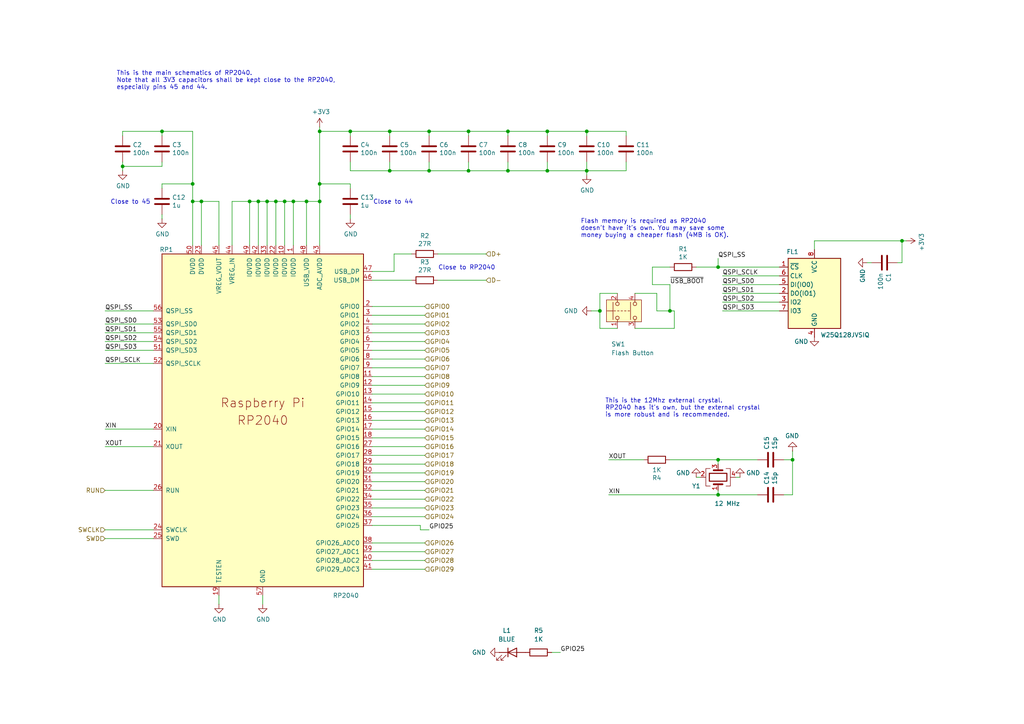
<source format=kicad_sch>
(kicad_sch (version 20250114) (generator "eeschema") (generator_version "9.0")
  (paper "A4")
  (title_block (title "MiniFRANK RM1") (date "2025-03-16") (rev "2.02") (company "Mikhail Matveev") (comment 1 "https://github.com/xtremespb/frank"))
  (lib_symbols
    (symbol "+3V3_1" (power) (pin_numbers (hide yes)) (pin_names (offset 0) (hide yes))
      (property "Value" "+3V3" (at 0 3.556 0))
      (symbol "+3V3_1_0_1"
        (polyline (pts (xy -0.762 1.27) (xy 0 2.54)))
        (polyline (pts (xy 0 2.54) (xy 0.762 1.27)))
        (polyline (pts (xy 0 0) (xy 0 2.54)))
      )
      (symbol "+3V3_1_1_1"
        (pin power_in line (at 0 0 90) (length 0) (name "~") (number "1"))
      )
    )
    (symbol "Device:C" (pin_numbers (hide yes)) (pin_names (offset 0.254))
      (property "Reference" "C" (at 0.635 2.54 0))
      (property "Value" "C" (at 0.635 -2.54 0))
      (symbol "C_0_1"
        (polyline (pts (xy -2.032 0.762) (xy 2.032 0.762)) (stroke (width 0.508)))
        (polyline (pts (xy -2.032 -0.762) (xy 2.032 -0.762)) (stroke (width 0.508)))
      )
      (symbol "C_1_1"
        (pin passive line (at 0 3.81 270) (length 2.794) (name "~") (number "1"))
        (pin passive line (at 0 -3.81 90) (length 2.794) (name "~") (number "2"))
      )
    )
    (symbol "Device:Crystal_GND24" (pin_names (offset 1.016) (hide yes))
      (property "Reference" "Y" (at 3.175 5.08 0))
      (property "Value" "Crystal_GND24" (at 3.175 3.175 0))
      (symbol "Crystal_GND24_0_1"
        (polyline (pts (xy -2.54 2.286) (xy -2.54 3.556) (xy 2.54 3.556) (xy 2.54 2.286)))
        (polyline (pts (xy -2.54 0) (xy -2.032 0)))
        (polyline (pts (xy -2.54 -2.286) (xy -2.54 -3.556) (xy 2.54 -3.556) (xy 2.54 -2.286)))
        (polyline (pts (xy -2.032 -1.27) (xy -2.032 1.27)) (stroke (width 0.508)))
        (rectangle (start -1.143 2.54) (end 1.143 -2.54) (stroke (width 0.3048)))
        (polyline (pts (xy 0 3.556) (xy 0 3.81)))
        (polyline (pts (xy 0 -3.81) (xy 0 -3.556)))
        (polyline (pts (xy 2.032 0) (xy 2.54 0)))
        (polyline (pts (xy 2.032 -1.27) (xy 2.032 1.27)) (stroke (width 0.508)))
      )
      (symbol "Crystal_GND24_1_1"
        (pin passive line (at -3.81 0 0) (length 1.27) (name "1") (number "1"))
        (pin passive line (at 0 5.08 270) (length 1.27) (name "2") (number "2"))
        (pin passive line (at 0 -5.08 90) (length 1.27) (name "4") (number "4"))
        (pin passive line (at 3.81 0 180) (length 1.27) (name "3") (number "3"))
      )
    )
    (symbol "Device:LED" (pin_numbers (hide yes)) (pin_names (offset 1.016) (hide yes))
      (property "Reference" "D" (at 0 2.54 0))
      (property "Value" "LED" (at 0 -2.54 0))
      (symbol "LED_0_1"
        (polyline (pts (xy -3.048 -0.762) (xy -4.572 -2.286) (xy -3.81 -2.286) (xy -4.572 -2.286) (xy -4.572 -1.524)))
        (polyline (pts (xy -1.778 -0.762) (xy -3.302 -2.286) (xy -2.54 -2.286) (xy -3.302 -2.286) (xy -3.302 -1.524)))
        (polyline (pts (xy -1.27 0) (xy 1.27 0)))
        (polyline (pts (xy -1.27 -1.27) (xy -1.27 1.27)) (stroke (width 0.254)))
        (polyline (pts (xy 1.27 -1.27) (xy 1.27 1.27) (xy -1.27 0) (xy 1.27 -1.27)) (stroke (width 0.254)))
      )
      (symbol "LED_1_1"
        (pin passive line (at -3.81 0 0) (length 2.54) (name "K") (number "1"))
        (pin passive line (at 3.81 0 180) (length 2.54) (name "A") (number "2"))
      )
    )
    (symbol "Device:R" (pin_numbers (hide yes)) (pin_names (offset 0))
      (property "Reference" "R" (at 2.032 0 90))
      (property "Value" "R" (at 0 0 90))
      (symbol "R_0_1"
        (rectangle (start -1.016 -2.54) (end 1.016 2.54) (stroke (width 0.254)))
      )
      (symbol "R_1_1"
        (pin passive line (at 0 3.81 270) (length 1.27) (name "~") (number "1"))
        (pin passive line (at 0 -3.81 90) (length 1.27) (name "~") (number "2"))
      )
    )
    (symbol "FRANK:Flash_W25Q128JVS"
      (property "Reference" "FL1" (at -6.35 12.065 0))
      (property "Value" "W25Q128JVSIQ" (at 8.89 -12.065 0))
      (symbol "Flash_W25Q128JVS_0_1"
        (rectangle (start -7.62 10.16) (end 7.62 -10.16) (stroke (width 0.254)) (fill (type background)))
      )
      (symbol "Flash_W25Q128JVS_1_1"
        (pin input line (at -10.16 7.62 0) (length 2.54) (name "~{CS}") (number "1"))
        (pin input line (at -10.16 5.08 0) (length 2.54) (name "CLK") (number "6"))
        (pin bidirectional line (at -10.16 2.54 0) (length 2.54) (name "DI(IO0)") (number "5"))
        (pin bidirectional line (at -10.16 0 0) (length 2.54) (name "DO(IO1)") (number "2"))
        (pin bidirectional line (at -10.16 -2.54 0) (length 2.54) (name "IO2") (number "3"))
        (pin bidirectional line (at -10.16 -5.08 0) (length 2.54) (name "IO3") (number "7"))
        (pin power_in line (at 0 12.7 270) (length 2.54) (name "VCC") (number "8"))
        (pin power_in line (at 0 -12.7 90) (length 2.54) (name "GND") (number "4"))
      )
    )
    (symbol "FRANK:RP2040" (pin_names (offset 1.016))
      (property "Reference" "RP1" (at -27.94 49.53 0))
      (property "Value" "RP2040" (at 24.13 -50.8 0))
      (symbol "RP2040_0_0"
        (text "Raspberry Pi" (at 0 5.08 0) (effects (font (size 2.54 2.54))))
        (text "RP2040" (at 0 0 0) (effects (font (size 2.54 2.54))))
      )
      (symbol "RP2040_0_1"
        (rectangle (start 29.21 48.26) (end -29.21 -48.26) (stroke (width 0.254)) (fill (type background)))
      )
      (symbol "RP2040_1_1"
        (pin bidirectional line (at -31.75 31.75 0) (length 2.54) (name "QSPI_SS") (number "56"))
        (pin bidirectional line (at -31.75 27.94 0) (length 2.54) (name "QSPI_SD0") (number "53"))
        (pin bidirectional line (at -31.75 25.4 0) (length 2.54) (name "QSPI_SD1") (number "55"))
        (pin bidirectional line (at -31.75 22.86 0) (length 2.54) (name "QSPI_SD2") (number "54"))
        (pin bidirectional line (at -31.75 20.32 0) (length 2.54) (name "QSPI_SD3") (number "51"))
        (pin output line (at -31.75 16.51 0) (length 2.54) (name "QSPI_SCLK") (number "52"))
        (pin input line (at -31.75 -2.54 0) (length 2.54) (name "XIN") (number "20"))
        (pin passive line (at -31.75 -7.62 0) (length 2.54) (name "XOUT") (number "21"))
        (pin input line (at -31.75 -20.32 0) (length 2.54) (name "RUN") (number "26"))
        (pin output line (at -31.75 -31.75 0) (length 2.54) (name "SWCLK") (number "24"))
        (pin bidirectional line (at -31.75 -34.29 0) (length 2.54) (name "SWD") (number "25"))
        (pin power_in line (at -20.32 50.8 270) (length 2.54) (name "DVDD") (number "50"))
        (pin power_in line (at -17.78 50.8 270) (length 2.54) (name "DVDD") (number "23"))
        (pin power_out line (at -12.7 50.8 270) (length 2.54) (name "VREG_VOUT") (number "45"))
        (pin passive line (at -12.7 -50.8 90) (length 2.54) (name "TESTEN") (number "19"))
        (pin power_in line (at -8.89 50.8 270) (length 2.54) (name "VREG_IN") (number "44"))
        (pin power_in line (at -3.81 50.8 270) (length 2.54) (name "IOVDD") (number "49"))
        (pin power_in line (at -1.27 50.8 270) (length 2.54) (name "IOVDD") (number "42"))
        (pin power_in line (at 0 -50.8 90) (length 2.54) (name "GND") (number "57"))
        (pin power_in line (at 1.27 50.8 270) (length 2.54) (name "IOVDD") (number "33"))
        (pin power_in line (at 3.81 50.8 270) (length 2.54) (name "IOVDD") (number "22"))
        (pin power_in line (at 6.35 50.8 270) (length 2.54) (name "IOVDD") (number "10"))
        (pin power_in line (at 8.89 50.8 270) (length 2.54) (name "IOVDD") (number "1"))
        (pin power_in line (at 12.7 50.8 270) (length 2.54) (name "USB_VDD") (number "48"))
        (pin power_in line (at 16.51 50.8 270) (length 2.54) (name "ADC_AVDD") (number "43"))
        (pin bidirectional line (at 31.75 43.18 180) (length 2.54) (name "USB_DP") (number "47"))
        (pin bidirectional line (at 31.75 40.64 180) (length 2.54) (name "USB_DM") (number "46"))
        (pin bidirectional line (at 31.75 33.02 180) (length 2.54) (name "GPIO0") (number "2"))
        (pin bidirectional line (at 31.75 30.48 180) (length 2.54) (name "GPIO1") (number "3"))
        (pin bidirectional line (at 31.75 27.94 180) (length 2.54) (name "GPIO2") (number "4"))
        (pin bidirectional line (at 31.75 25.4 180) (length 2.54) (name "GPIO3") (number "5"))
        (pin bidirectional line (at 31.75 22.86 180) (length 2.54) (name "GPIO4") (number "6"))
        (pin bidirectional line (at 31.75 20.32 180) (length 2.54) (name "GPIO5") (number "7"))
        (pin bidirectional line (at 31.75 17.78 180) (length 2.54) (name "GPIO6") (number "8"))
        (pin bidirectional line (at 31.75 15.24 180) (length 2.54) (name "GPIO7") (number "9"))
        (pin bidirectional line (at 31.75 12.7 180) (length 2.54) (name "GPIO8") (number "11"))
        (pin bidirectional line (at 31.75 10.16 180) (length 2.54) (name "GPIO9") (number "12"))
        (pin bidirectional line (at 31.75 7.62 180) (length 2.54) (name "GPIO10") (number "13"))
        (pin bidirectional line (at 31.75 5.08 180) (length 2.54) (name "GPIO11") (number "14"))
        (pin bidirectional line (at 31.75 2.54 180) (length 2.54) (name "GPIO12") (number "15"))
        (pin bidirectional line (at 31.75 0 180) (length 2.54) (name "GPIO13") (number "16"))
        (pin bidirectional line (at 31.75 -2.54 180) (length 2.54) (name "GPIO14") (number "17"))
        (pin bidirectional line (at 31.75 -5.08 180) (length 2.54) (name "GPIO15") (number "18"))
        (pin bidirectional line (at 31.75 -7.62 180) (length 2.54) (name "GPIO16") (number "27"))
        (pin bidirectional line (at 31.75 -10.16 180) (length 2.54) (name "GPIO17") (number "28"))
        (pin bidirectional line (at 31.75 -12.7 180) (length 2.54) (name "GPIO18") (number "29"))
        (pin bidirectional line (at 31.75 -15.24 180) (length 2.54) (name "GPIO19") (number "30"))
        (pin bidirectional line (at 31.75 -17.78 180) (length 2.54) (name "GPIO20") (number "31"))
        (pin bidirectional line (at 31.75 -20.32 180) (length 2.54) (name "GPIO21") (number "32"))
        (pin bidirectional line (at 31.75 -22.86 180) (length 2.54) (name "GPIO22") (number "34"))
        (pin bidirectional line (at 31.75 -25.4 180) (length 2.54) (name "GPIO23") (number "35"))
        (pin bidirectional line (at 31.75 -27.94 180) (length 2.54) (name "GPIO24") (number "36"))
        (pin bidirectional line (at 31.75 -30.48 180) (length 2.54) (name "GPIO25") (number "37"))
        (pin bidirectional line (at 31.75 -35.56 180) (length 2.54) (name "GPIO26_ADC0") (number "38"))
        (pin bidirectional line (at 31.75 -38.1 180) (length 2.54) (name "GPIO27_ADC1") (number "39"))
        (pin bidirectional line (at 31.75 -40.64 180) (length 2.54) (name "GPIO28_ADC2") (number "40"))
        (pin bidirectional line (at 31.75 -43.18 180) (length 2.54) (name "GPIO29_ADC3") (number "41"))
      )
    )
    (symbol "GND_1" (power) (pin_numbers (hide yes)) (pin_names (offset 0) (hide yes))
      (property "Value" "GND" (at 0 -3.81 0))
      (symbol "GND_1_0_1"
        (polyline (pts (xy 0 0) (xy 0 -1.27) (xy 1.27 -1.27) (xy 0 -2.54) (xy -1.27 -1.27) (xy 0 -1.27)))
      )
      (symbol "GND_1_1_1"
        (pin power_in line (at 0 0 270) (length 0) (name "~") (number "1"))
      )
    )
    (symbol "GND_10" (power) (pin_numbers (hide yes)) (pin_names (offset 0) (hide yes))
      (property "Value" "GND" (at 0 -3.81 0))
      (symbol "GND_10_0_1"
        (polyline (pts (xy 0 0) (xy 0 -1.27) (xy 1.27 -1.27) (xy 0 -2.54) (xy -1.27 -1.27) (xy 0 -1.27)))
      )
      (symbol "GND_10_1_1"
        (pin power_in line (at 0 0 270) (length 0) (name "~") (number "1"))
      )
    )
    (symbol "GND_11" (power) (pin_numbers (hide yes)) (pin_names (offset 0) (hide yes))
      (property "Value" "GND" (at 0 -3.81 0))
      (symbol "GND_11_0_1"
        (polyline (pts (xy 0 0) (xy 0 -1.27) (xy 1.27 -1.27) (xy 0 -2.54) (xy -1.27 -1.27) (xy 0 -1.27)))
      )
      (symbol "GND_11_1_1"
        (pin power_in line (at 0 0 270) (length 0) (name "~") (number "1"))
      )
    )
    (symbol "GND_12" (power) (pin_numbers (hide yes)) (pin_names (offset 0) (hide yes))
      (property "Value" "GND" (at 0 -3.81 0))
      (symbol "GND_12_0_1"
        (polyline (pts (xy 0 0) (xy 0 -1.27) (xy 1.27 -1.27) (xy 0 -2.54) (xy -1.27 -1.27) (xy 0 -1.27)))
      )
      (symbol "GND_12_1_1"
        (pin power_in line (at 0 0 270) (length 0) (name "~") (number "1"))
      )
    )
    (symbol "GND_2" (power) (pin_numbers (hide yes)) (pin_names (offset 0) (hide yes))
      (property "Value" "GND" (at 0 -3.81 0))
      (symbol "GND_2_0_1"
        (polyline (pts (xy 0 0) (xy 0 -1.27) (xy 1.27 -1.27) (xy 0 -2.54) (xy -1.27 -1.27) (xy 0 -1.27)))
      )
      (symbol "GND_2_1_1"
        (pin power_in line (at 0 0 270) (length 0) (name "~") (number "1"))
      )
    )
    (symbol "GND_3" (power) (pin_numbers (hide yes)) (pin_names (offset 0) (hide yes))
      (property "Value" "GND" (at 0 -3.81 0))
      (symbol "GND_3_0_1"
        (polyline (pts (xy 0 0) (xy 0 -1.27) (xy 1.27 -1.27) (xy 0 -2.54) (xy -1.27 -1.27) (xy 0 -1.27)))
      )
      (symbol "GND_3_1_1"
        (pin power_in line (at 0 0 270) (length 0) (name "~") (number "1"))
      )
    )
    (symbol "GND_4" (power) (pin_numbers (hide yes)) (pin_names (offset 0) (hide yes))
      (property "Value" "GND" (at 0 -3.81 0))
      (symbol "GND_4_0_1"
        (polyline (pts (xy 0 0) (xy 0 -1.27) (xy 1.27 -1.27) (xy 0 -2.54) (xy -1.27 -1.27) (xy 0 -1.27)))
      )
      (symbol "GND_4_1_1"
        (pin power_in line (at 0 0 270) (length 0) (name "~") (number "1"))
      )
    )
    (symbol "GND_5" (power) (pin_numbers (hide yes)) (pin_names (offset 0) (hide yes))
      (property "Value" "GND" (at 0 -3.81 0))
      (symbol "GND_5_0_1"
        (polyline (pts (xy 0 0) (xy 0 -1.27) (xy 1.27 -1.27) (xy 0 -2.54) (xy -1.27 -1.27) (xy 0 -1.27)))
      )
      (symbol "GND_5_1_1"
        (pin power_in line (at 0 0 270) (length 0) (name "~") (number "1"))
      )
    )
    (symbol "GND_6" (power) (pin_numbers (hide yes)) (pin_names (offset 0) (hide yes))
      (property "Value" "GND" (at 0 -3.81 0))
      (symbol "GND_6_0_1"
        (polyline (pts (xy 0 0) (xy 0 -1.27) (xy 1.27 -1.27) (xy 0 -2.54) (xy -1.27 -1.27) (xy 0 -1.27)))
      )
      (symbol "GND_6_1_1"
        (pin power_in line (at 0 0 270) (length 0) (name "~") (number "1"))
      )
    )
    (symbol "GND_7" (power) (pin_numbers (hide yes)) (pin_names (offset 0) (hide yes))
      (property "Value" "GND" (at 0 -3.81 0))
      (symbol "GND_7_0_1"
        (polyline (pts (xy 0 0) (xy 0 -1.27) (xy 1.27 -1.27) (xy 0 -2.54) (xy -1.27 -1.27) (xy 0 -1.27)))
      )
      (symbol "GND_7_1_1"
        (pin power_in line (at 0 0 270) (length 0) (name "~") (number "1"))
      )
    )
    (symbol "GND_8" (power) (pin_numbers (hide yes)) (pin_names (offset 0) (hide yes))
      (property "Value" "GND" (at 0 -3.81 0))
      (symbol "GND_8_0_1"
        (polyline (pts (xy 0 0) (xy 0 -1.27) (xy 1.27 -1.27) (xy 0 -2.54) (xy -1.27 -1.27) (xy 0 -1.27)))
      )
      (symbol "GND_8_1_1"
        (pin power_in line (at 0 0 270) (length 0) (name "~") (number "1"))
      )
    )
    (symbol "GND_9" (power) (pin_numbers (hide yes)) (pin_names (offset 0) (hide yes))
      (property "Value" "GND" (at 0 -3.81 0))
      (symbol "GND_9_0_1"
        (polyline (pts (xy 0 0) (xy 0 -1.27) (xy 1.27 -1.27) (xy 0 -2.54) (xy -1.27 -1.27) (xy 0 -1.27)))
      )
      (symbol "GND_9_1_1"
        (pin power_in line (at 0 0 270) (length 0) (name "~") (number "1"))
      )
    )
    (symbol "Switch:SW_Push_Dual" (pin_names (offset 1.016) (hide yes))
      (property "Reference" "SW" (at 0 7.62 0))
      (property "Value" "SW_Push_Dual" (at 0 -6.35 0))
      (symbol "SW_Push_Dual_0_1"
        (circle (center -2.032 2.54) (radius 0.508))
        (circle (center -2.032 -2.54) (radius 0.508))
        (polyline (pts (xy 0 3.81) (xy 0 5.588)))
        (polyline (pts (xy 0 3.048) (xy 0 3.556)))
        (polyline (pts (xy 0 2.032) (xy 0 2.54)))
        (polyline (pts (xy 0 1.016) (xy 0 1.524)))
        (polyline (pts (xy 0 0.508) (xy 0 0)))
        (polyline (pts (xy 0 -0.508) (xy 0 -1.016)))
        (circle (center 2.032 2.54) (radius 0.508))
        (circle (center 2.032 -2.54) (radius 0.508))
        (polyline (pts (xy 2.54 3.81) (xy -2.54 3.81)))
        (polyline (pts (xy 2.54 -1.27) (xy -2.54 -1.27)))
        (pin passive line (at -5.08 2.54 0) (length 2.54) (name "1") (number "1"))
        (pin passive line (at -5.08 -2.54 0) (length 2.54) (name "3") (number "3"))
        (pin passive line (at 5.08 2.54 180) (length 2.54) (name "2") (number "2"))
        (pin passive line (at 5.08 -2.54 180) (length 2.54) (name "4") (number "4"))
      )
      (symbol "SW_Push_Dual_1_1"
        (rectangle (start -3.175 5.715) (end 3.175 -4.445) (fill (type background)))
      )
    )
    (symbol "power:+3V3" (power) (pin_numbers (hide yes)) (pin_names (offset 0) (hide yes))
      (property "Value" "+3V3" (at 0 3.556 0))
      (symbol "+3V3_0_1"
        (polyline (pts (xy -0.762 1.27) (xy 0 2.54)))
        (polyline (pts (xy 0 2.54) (xy 0.762 1.27)))
        (polyline (pts (xy 0 0) (xy 0 2.54)))
      )
      (symbol "+3V3_1_1"
        (pin power_in line (at 0 0 90) (length 0) (name "~") (number "1"))
      )
    )
    (symbol "power:GND" (power) (pin_numbers (hide yes)) (pin_names (offset 0) (hide yes))
      (property "Value" "GND" (at 0 -3.81 0))
      (symbol "GND_0_1"
        (polyline (pts (xy 0 0) (xy 0 -1.27) (xy 1.27 -1.27) (xy 0 -2.54) (xy -1.27 -1.27) (xy 0 -1.27)))
      )
      (symbol "GND_1_1"
        (pin power_in line (at 0 0 270) (length 0) (name "~") (number "1"))
      )
    )
  )
  (text "Close to 44" (at 114.046 58.674 0) (effects (font (size 1.27 1.27))))
  (text "Close to RP2040" (at 135.382 77.724 0) (effects (font (size 1.27 1.27))))
  (text "This is the main schematics of RP2040. \nNote that all 3V3 capacitors shall be kept close to the RP2040,\nespecially pins 45 and 44." (at 33.782 23.368 0) (effects (font (size 1.27 1.27)) (justify left)))
  (text "Close to 45" (at 37.846 58.674 0) (effects (font (size 1.27 1.27))))
  (text "This is the 12Mhz external crystal.\nRP2040 has it's own, but the external crystal\nis more robust and is recommended." (at 175.514 118.364 0) (effects (font (size 1.27 1.27)) (justify left)))
  (text "Flash memory is required as RP2040\ndoesn't have it's own. You may save some\nmoney buying a cheaper flash (4MB is OK)." (at 168.402 66.294 0) (effects (font (size 1.27 1.27)) (justify left)))
  (junction (at 58.42 58.42))
  (junction (at 229.87 133.35))
  (junction (at 113.03 49.53))
  (junction (at 88.9 58.42))
  (junction (at 101.6 38.1))
  (junction (at 158.75 49.53))
  (junction (at 72.39 58.42))
  (junction (at 170.18 38.1))
  (junction (at 82.55 58.42))
  (junction (at 92.71 53.34))
  (junction (at 170.18 49.53))
  (junction (at 35.56 48.26))
  (junction (at 147.32 49.53))
  (junction (at 80.01 58.42))
  (junction (at 135.89 38.1))
  (junction (at 55.88 53.34))
  (junction (at 113.03 38.1))
  (junction (at 46.99 38.1))
  (junction (at 208.28 77.47))
  (junction (at 135.89 49.53))
  (junction (at 92.71 38.1))
  (junction (at 85.09 58.42))
  (junction (at 74.93 58.42))
  (junction (at 208.28 133.35))
  (junction (at 158.75 38.1))
  (junction (at 124.46 38.1))
  (junction (at 92.71 58.42))
  (junction (at 55.88 58.42))
  (junction (at 77.47 58.42))
  (junction (at 261.62 69.85))
  (junction (at 194.31 90.17))
  (junction (at 208.28 143.51))
  (junction (at 124.46 49.53))
  (junction (at 147.32 38.1))
  (junction (at 173.99 90.17))
  (wire (pts (xy 58.42 58.42) (xy 55.88 58.42)))
  (wire (pts (xy 226.06 82.55) (xy 209.55 82.55)))
  (wire (pts (xy 127 73.66) (xy 140.97 73.66)))
  (wire (pts (xy 107.95 104.14) (xy 123.19 104.14)))
  (wire (pts (xy 173.99 85.09) (xy 173.99 90.17)))
  (wire (pts (xy 121.92 152.4) (xy 107.95 152.4)))
  (wire (pts (xy 46.99 48.26) (xy 46.99 46.99)))
  (wire (pts (xy 170.18 46.99) (xy 170.18 49.53)))
  (wire (pts (xy 189.23 82.55) (xy 189.23 77.47)))
  (wire (pts (xy 114.3 73.66) (xy 114.3 78.74)))
  (wire (pts (xy 82.55 58.42) (xy 85.09 58.42)))
  (wire (pts (xy 158.75 39.37) (xy 158.75 38.1)))
  (wire (pts (xy 92.71 38.1) (xy 101.6 38.1)))
  (wire (pts (xy 101.6 46.99) (xy 101.6 49.53)))
  (wire (pts (xy 101.6 39.37) (xy 101.6 38.1)))
  (wire (pts (xy 67.31 58.42) (xy 72.39 58.42)))
  (wire (pts (xy 30.48 101.6) (xy 44.45 101.6)))
  (wire (pts (xy 229.87 143.51) (xy 229.87 133.35)))
  (wire (pts (xy 252.73 76.2) (xy 251.46 76.2)))
  (wire (pts (xy 181.61 39.37) (xy 181.61 38.1)))
  (wire (pts (xy 107.95 142.24) (xy 123.19 142.24)))
  (wire (pts (xy 107.95 160.02) (xy 123.19 160.02)))
  (wire (pts (xy 113.03 39.37) (xy 113.03 38.1)))
  (wire (pts (xy 260.35 76.2) (xy 261.62 76.2)))
  (wire (pts (xy 101.6 62.23) (xy 101.6 63.5)))
  (wire (pts (xy 80.01 58.42) (xy 82.55 58.42)))
  (wire (pts (xy 219.71 143.51) (xy 208.28 143.51)))
  (wire (pts (xy 92.71 58.42) (xy 92.71 71.12)))
  (wire (pts (xy 63.5 71.12) (xy 63.5 58.42)))
  (wire (pts (xy 107.95 165.1) (xy 123.19 165.1)))
  (wire (pts (xy 194.31 90.17) (xy 194.31 82.55)))
  (wire (pts (xy 113.03 46.99) (xy 113.03 49.53)))
  (wire (pts (xy 236.22 69.85) (xy 261.62 69.85)))
  (wire (pts (xy 46.99 39.37) (xy 46.99 38.1)))
  (wire (pts (xy 208.28 77.47) (xy 226.06 77.47)))
  (wire (pts (xy 107.95 127) (xy 123.19 127)))
  (wire (pts (xy 189.23 77.47) (xy 194.31 77.47)))
  (wire (pts (xy 107.95 96.52) (xy 123.19 96.52)))
  (wire (pts (xy 181.61 46.99) (xy 181.61 49.53)))
  (wire (pts (xy 194.31 90.17) (xy 195.58 90.17)))
  (wire (pts (xy 30.48 99.06) (xy 44.45 99.06)))
  (wire (pts (xy 227.33 143.51) (xy 229.87 143.51)))
  (wire (pts (xy 30.48 96.52) (xy 44.45 96.52)))
  (wire (pts (xy 46.99 62.23) (xy 46.99 63.5)))
  (wire (pts (xy 107.95 101.6) (xy 123.19 101.6)))
  (wire (pts (xy 46.99 54.61) (xy 46.99 53.34)))
  (wire (pts (xy 92.71 53.34) (xy 92.71 58.42)))
  (wire (pts (xy 92.71 38.1) (xy 92.71 53.34)))
  (wire (pts (xy 127 81.28) (xy 140.97 81.28)))
  (wire (pts (xy 101.6 54.61) (xy 101.6 53.34)))
  (wire (pts (xy 30.48 129.54) (xy 44.45 129.54)))
  (wire (pts (xy 88.9 71.12) (xy 88.9 58.42)))
  (wire (pts (xy 158.75 46.99) (xy 158.75 49.53)))
  (wire (pts (xy 55.88 53.34) (xy 55.88 58.42)))
  (wire (pts (xy 184.15 85.09) (xy 190.5 85.09)))
  (wire (pts (xy 44.45 153.67) (xy 30.48 153.67)))
  (wire (pts (xy 107.95 124.46) (xy 123.19 124.46)))
  (wire (pts (xy 219.71 133.35) (xy 208.28 133.35)))
  (wire (pts (xy 107.95 139.7) (xy 123.19 139.7)))
  (wire (pts (xy 147.32 49.53) (xy 135.89 49.53)))
  (wire (pts (xy 72.39 58.42) (xy 74.93 58.42)))
  (wire (pts (xy 226.06 90.17) (xy 209.55 90.17)))
  (wire (pts (xy 101.6 38.1) (xy 113.03 38.1)))
  (wire (pts (xy 214.63 138.43) (xy 213.36 138.43)))
  (wire (pts (xy 209.55 80.01) (xy 226.06 80.01)))
  (wire (pts (xy 107.95 162.56) (xy 123.19 162.56)))
  (wire (pts (xy 30.48 90.17) (xy 44.45 90.17)))
  (wire (pts (xy 173.99 85.09) (xy 179.07 85.09)))
  (wire (pts (xy 67.31 71.12) (xy 67.31 58.42)))
  (wire (pts (xy 88.9 58.42) (xy 92.71 58.42)))
  (wire (pts (xy 46.99 53.34) (xy 55.88 53.34)))
  (wire (pts (xy 201.93 77.47) (xy 208.28 77.47)))
  (wire (pts (xy 35.56 46.99) (xy 35.56 48.26)))
  (wire (pts (xy 135.89 38.1) (xy 147.32 38.1)))
  (wire (pts (xy 107.95 99.06) (xy 123.19 99.06)))
  (wire (pts (xy 107.95 114.3) (xy 123.19 114.3)))
  (wire (pts (xy 147.32 38.1) (xy 158.75 38.1)))
  (wire (pts (xy 208.28 134.62) (xy 208.28 133.35)))
  (wire (pts (xy 55.88 38.1) (xy 55.88 53.34)))
  (wire (pts (xy 226.06 85.09) (xy 209.55 85.09)))
  (wire (pts (xy 236.22 72.39) (xy 236.22 69.85)))
  (wire (pts (xy 170.18 38.1) (xy 181.61 38.1)))
  (wire (pts (xy 227.33 133.35) (xy 229.87 133.35)))
  (wire (pts (xy 30.48 124.46) (xy 44.45 124.46)))
  (wire (pts (xy 184.15 95.25) (xy 195.58 95.25)))
  (wire (pts (xy 208.28 142.24) (xy 208.28 143.51)))
  (wire (pts (xy 114.3 73.66) (xy 119.38 73.66)))
  (wire (pts (xy 107.95 147.32) (xy 123.19 147.32)))
  (wire (pts (xy 195.58 90.17) (xy 195.58 95.25)))
  (wire (pts (xy 107.95 129.54) (xy 123.19 129.54)))
  (wire (pts (xy 80.01 71.12) (xy 80.01 58.42)))
  (wire (pts (xy 147.32 46.99) (xy 147.32 49.53)))
  (wire (pts (xy 72.39 71.12) (xy 72.39 58.42)))
  (wire (pts (xy 190.5 90.17) (xy 190.5 85.09)))
  (wire (pts (xy 107.95 106.68) (xy 123.19 106.68)))
  (wire (pts (xy 208.28 143.51) (xy 176.53 143.51)))
  (wire (pts (xy 173.99 95.25) (xy 179.07 95.25)))
  (wire (pts (xy 158.75 38.1) (xy 170.18 38.1)))
  (wire (pts (xy 113.03 38.1) (xy 124.46 38.1)))
  (wire (pts (xy 63.5 172.72) (xy 63.5 175.26)))
  (wire (pts (xy 107.95 132.08) (xy 123.19 132.08)))
  (wire (pts (xy 30.48 93.98) (xy 44.45 93.98)))
  (wire (pts (xy 160.02 189.23) (xy 162.56 189.23)))
  (wire (pts (xy 186.69 133.35) (xy 176.53 133.35)))
  (wire (pts (xy 107.95 116.84) (xy 123.19 116.84)))
  (wire (pts (xy 107.95 78.74) (xy 114.3 78.74)))
  (wire (pts (xy 124.46 46.99) (xy 124.46 49.53)))
  (wire (pts (xy 262.89 69.85) (xy 261.62 69.85)))
  (wire (pts (xy 147.32 39.37) (xy 147.32 38.1)))
  (wire (pts (xy 208.28 133.35) (xy 194.31 133.35)))
  (wire (pts (xy 107.95 81.28) (xy 119.38 81.28)))
  (wire (pts (xy 35.56 48.26) (xy 46.99 48.26)))
  (wire (pts (xy 124.46 39.37) (xy 124.46 38.1)))
  (wire (pts (xy 107.95 91.44) (xy 123.19 91.44)))
  (wire (pts (xy 158.75 49.53) (xy 147.32 49.53)))
  (wire (pts (xy 92.71 53.34) (xy 101.6 53.34)))
  (wire (pts (xy 229.87 133.35) (xy 229.87 130.81)))
  (wire (pts (xy 170.18 49.53) (xy 181.61 49.53)))
  (wire (pts (xy 55.88 58.42) (xy 55.88 71.12)))
  (wire (pts (xy 194.31 82.55) (xy 189.23 82.55)))
  (wire (pts (xy 44.45 142.24) (xy 30.48 142.24)))
  (wire (pts (xy 44.45 156.21) (xy 30.48 156.21)))
  (wire (pts (xy 170.18 39.37) (xy 170.18 38.1)))
  (wire (pts (xy 85.09 58.42) (xy 88.9 58.42)))
  (wire (pts (xy 121.92 153.67) (xy 124.46 153.67)))
  (wire (pts (xy 107.95 119.38) (xy 123.19 119.38)))
  (wire (pts (xy 135.89 46.99) (xy 135.89 49.53)))
  (wire (pts (xy 113.03 49.53) (xy 101.6 49.53)))
  (wire (pts (xy 63.5 58.42) (xy 58.42 58.42)))
  (wire (pts (xy 135.89 39.37) (xy 135.89 38.1)))
  (wire (pts (xy 226.06 87.63) (xy 209.55 87.63)))
  (wire (pts (xy 124.46 38.1) (xy 135.89 38.1)))
  (wire (pts (xy 107.95 93.98) (xy 123.19 93.98)))
  (wire (pts (xy 190.5 90.17) (xy 194.31 90.17)))
  (wire (pts (xy 135.89 49.53) (xy 124.46 49.53)))
  (wire (pts (xy 92.71 36.83) (xy 92.71 38.1)))
  (wire (pts (xy 121.92 153.67) (xy 121.92 152.4)))
  (wire (pts (xy 203.2 138.43) (xy 201.93 138.43)))
  (wire (pts (xy 107.95 121.92) (xy 123.19 121.92)))
  (wire (pts (xy 208.28 74.93) (xy 208.28 77.47)))
  (wire (pts (xy 124.46 49.53) (xy 113.03 49.53)))
  (wire (pts (xy 77.47 58.42) (xy 80.01 58.42)))
  (wire (pts (xy 46.99 38.1) (xy 55.88 38.1)))
  (wire (pts (xy 107.95 111.76) (xy 123.19 111.76)))
  (wire (pts (xy 85.09 58.42) (xy 85.09 71.12)))
  (wire (pts (xy 173.99 90.17) (xy 173.99 95.25)))
  (wire (pts (xy 30.48 105.41) (xy 44.45 105.41)))
  (wire (pts (xy 107.95 137.16) (xy 123.19 137.16)))
  (wire (pts (xy 35.56 38.1) (xy 46.99 38.1)))
  (wire (pts (xy 35.56 39.37) (xy 35.56 38.1)))
  (wire (pts (xy 35.56 48.26) (xy 35.56 49.53)))
  (wire (pts (xy 158.75 49.53) (xy 170.18 49.53)))
  (wire (pts (xy 74.93 71.12) (xy 74.93 58.42)))
  (wire (pts (xy 171.45 90.17) (xy 173.99 90.17)))
  (wire (pts (xy 76.2 172.72) (xy 76.2 175.26)))
  (wire (pts (xy 74.93 58.42) (xy 77.47 58.42)))
  (wire (pts (xy 170.18 49.53) (xy 170.18 50.8)))
  (wire (pts (xy 107.95 134.62) (xy 123.19 134.62)))
  (wire (pts (xy 107.95 109.22) (xy 123.19 109.22)))
  (wire (pts (xy 77.47 71.12) (xy 77.47 58.42)))
  (wire (pts (xy 58.42 71.12) (xy 58.42 58.42)))
  (wire (pts (xy 107.95 157.48) (xy 123.19 157.48)))
  (wire (pts (xy 107.95 149.86) (xy 123.19 149.86)))
  (wire (pts (xy 261.62 76.2) (xy 261.62 69.85)))
  (wire (pts (xy 107.95 88.9) (xy 123.19 88.9)))
  (wire (pts (xy 82.55 71.12) (xy 82.55 58.42)))
  (wire (pts (xy 107.95 144.78) (xy 123.19 144.78)))
  (label "QSPI_SD2" (at 209.55 87.63 0))
  (label "QSPI_SCLK" (at 30.48 105.41 0))
  (label "QSPI_SD0" (at 30.48 93.98 0))
  (label "QSPI_SS" (at 208.28 74.93 0))
  (label "XIN" (at 30.48 124.46 0))
  (label "QSPI_SCLK" (at 209.55 80.01 0))
  (label "QSPI_SD1" (at 30.48 96.52 0))
  (label "QSPI_SD3" (at 30.48 101.6 0))
  (label "GPIO25" (at 162.56 189.23 0))
  (label "XIN" (at 176.53 143.51 0))
  (label "GPIO25" (at 124.46 153.67 0))
  (label "~{USB_BOOT}" (at 194.31 82.55 0))
  (label "QSPI_SD0" (at 209.55 82.55 0))
  (label "XOUT" (at 176.53 133.35 0))
  (label "XOUT" (at 30.48 129.54 0))
  (label "QSPI_SD1" (at 209.55 85.09 0))
  (label "QSPI_SD3" (at 209.55 90.17 0))
  (label "QSPI_SD2" (at 30.48 99.06 0))
  (label "QSPI_SS" (at 30.48 90.17 0))
  (hierarchical_label "GPIO18" (shape input) (at 123.19 134.62 0))
  (hierarchical_label "GPIO29" (shape input) (at 123.19 165.1 0))
  (hierarchical_label "GPIO3" (shape input) (at 123.19 96.52 0))
  (hierarchical_label "GPIO15" (shape input) (at 123.19 127 0))
  (hierarchical_label "GPIO21" (shape input) (at 123.19 142.24 0))
  (hierarchical_label "GPIO16" (shape input) (at 123.19 129.54 0))
  (hierarchical_label "GPIO1" (shape input) (at 123.19 91.44 0))
  (hierarchical_label "D-" (shape input) (at 140.97 81.28 0))
  (hierarchical_label "GPIO11" (shape input) (at 123.19 116.84 0))
  (hierarchical_label "GPIO27" (shape input) (at 123.19 160.02 0))
  (hierarchical_label "D+" (shape input) (at 140.97 73.66 0))
  (hierarchical_label "GPIO20" (shape input) (at 123.19 139.7 0))
  (hierarchical_label "GPIO14" (shape input) (at 123.19 124.46 0))
  (hierarchical_label "GPIO8" (shape input) (at 123.19 109.22 0))
  (hierarchical_label "GPIO26" (shape input) (at 123.19 157.48 0))
  (hierarchical_label "GPIO22" (shape input) (at 123.19 144.78 0))
  (hierarchical_label "GPIO4" (shape input) (at 123.19 99.06 0))
  (hierarchical_label "GPIO7" (shape input) (at 123.19 106.68 0))
  (hierarchical_label "GPIO10" (shape input) (at 123.19 114.3 0))
  (hierarchical_label "SWD" (shape input) (at 30.48 156.21 180))
  (hierarchical_label "GPIO28" (shape input) (at 123.19 162.56 0))
  (hierarchical_label "RUN" (shape input) (at 30.48 142.24 180))
  (hierarchical_label "GPIO23" (shape input) (at 123.19 147.32 0))
  (hierarchical_label "GPIO0" (shape input) (at 123.19 88.9 0))
  (hierarchical_label "GPIO5" (shape input) (at 123.19 101.6 0))
  (hierarchical_label "SWCLK" (shape input) (at 30.48 153.67 180))
  (hierarchical_label "GPIO13" (shape input) (at 123.19 121.92 0))
  (hierarchical_label "GPIO6" (shape input) (at 123.19 104.14 0))
  (hierarchical_label "GPIO2" (shape input) (at 123.19 93.98 0))
  (hierarchical_label "GPIO17" (shape input) (at 123.19 132.08 0))
  (hierarchical_label "GPIO12" (shape input) (at 123.19 119.38 0))
  (hierarchical_label "GPIO9" (shape input) (at 123.19 111.76 0))
  (hierarchical_label "GPIO24" (shape input) (at 123.19 149.86 0))
  (hierarchical_label "GPIO19" (shape input) (at 123.19 137.16 0))
  (symbol (lib_id "Device:C") (at 46.99 43.18 0) (unit 1)
    (property "Reference" "C3" (at 49.911 42.0116 0) (effects (justify left)))
    (property "Value" "100n" (at 49.911 44.323 0) (effects (justify left)))
    (property "Footprint" "FRANK:Capacitor (0805)" (effects (hide yes)))
    (property "Datasheet" "https://eu.mouser.com/datasheet/2/447/KEM_C1075_X7R_HT_SMD-3316221.pdf" (effects (hide yes)))
    (property "AliExpress" "https://www.aliexpress.com/item/33008008276.html" (effects (hide yes)))
  )
  (symbol (lib_id "FRANK:RP2040") (at 76.2 121.92 0) (unit 1)
    (property "Reference" "RP1" (at 48.26 72.39 0))
    (property "Value" "RP2040" (at 100.33 172.72 0))
    (property "Footprint" "FRANK:QFN 56" (effects (hide yes)))
    (property "Datasheet" "https://datasheets.raspberrypi.com/rp2040/rp2040-datasheet.pdf" (effects (hide yes)))
    (property "AliExpress" "https://www.aliexpress.com/item/1005007275652762.html" (effects (hide yes)))
  )
  (symbol (lib_id "Device:R") (at 156.21 189.23 90) (unit 1)
    (property "Reference" "R5" (at 156.21 182.88 90))
    (property "Value" "1K" (at 156.21 185.42 90))
    (property "Footprint" "FRANK:Resistor (0805)" (effects (hide yes)))
    (property "Datasheet" "https://www.vishay.com/docs/28952/mcs0402at-mct0603at-mcu0805at-mca1206at.pdf" (effects (hide yes)))
    (property "Description" "Resistor" (effects (hide yes)))
    (property "AliExpress" "https://www.aliexpress.com/item/1005005945735199.html" (effects (hide yes)))
  )
  (symbol (lib_id "Device:Crystal_GND24") (at 208.28 138.43 90) (unit 1)
    (property "Reference" "Y1" (at 203.2 140.97 90) (effects (justify left)))
    (property "Value" "12 MHz" (at 214.63 146.05 90) (effects (justify left)))
    (property "Footprint" "FRANK:Crystal (3225)" (effects (hide yes)))
    (property "Datasheet" "https://eu.mouser.com/datasheet/2/905/c_NX3225SA_e-1317523.pdf" (effects (hide yes)))
    (property "Description" "ABM8-272-T3" (effects (hide yes)))
    (property "AliExpress" "https://www.aliexpress.com/item/1005004661413307.html" (effects (hide yes)))
  )
  (symbol (lib_name "+3V3_1") (lib_id "power:+3V3") (at 92.71 36.83 0) (unit 1)
    (property "Reference" "#PWR02" (effects (hide yes)))
    (property "Value" "+3V3" (at 93.091 32.4358 0))
    (property "Description" "Power symbol creates a global label with name \"+3V3\"" (effects (hide yes)))
  )
  (symbol (lib_id "FRANK:Flash_W25Q128JVS") (at 236.22 85.09 0) (unit 1)
    (property "Reference" "FL1" (at 229.87 73.025 0))
    (property "Value" "W25Q128JVSIQ" (at 245.11 97.155 0))
    (property "Footprint" "FRANK:SOIC-8" (effects (hide yes)))
    (property "Datasheet" "https://www.winbond.com/resource-files/w25q128jv_dtr%20revc%2003272018%20plus.pdf" (effects (hide yes)))
    (property "Description" "128Mb Serial Flash Memory, Standard/Dual/Quad SPI, SOIC-8" (effects (hide yes)))
    (property "AliExpress" "https://www.aliexpress.com/item/1005007820627233.html" (effects (hide yes)))
  )
  (symbol (lib_id "Device:C") (at 135.89 43.18 0) (unit 1)
    (property "Reference" "C7" (at 138.811 42.0116 0) (effects (justify left)))
    (property "Value" "100n" (at 138.811 44.323 0) (effects (justify left)))
    (property "Footprint" "FRANK:Capacitor (0805)" (effects (hide yes)))
    (property "Datasheet" "https://eu.mouser.com/datasheet/2/447/KEM_C1075_X7R_HT_SMD-3316221.pdf" (effects (hide yes)))
    (property "AliExpress" "https://www.aliexpress.com/item/33008008276.html" (effects (hide yes)))
  )
  (symbol (lib_name "GND_2") (lib_id "power:GND") (at 144.78 189.23 270) (unit 1)
    (property "Reference" "#PWR013" (effects (hide yes)))
    (property "Value" "GND" (at 140.97 189.2299 90) (effects (justify right)))
    (property "Description" "Power symbol creates a global label with name \"GND\" , ground" (effects (hide yes)))
  )
  (symbol (lib_id "Device:R") (at 123.19 81.28 270) (unit 1)
    (property "Reference" "R3" (at 123.19 76.0222 90))
    (property "Value" "27R" (at 123.19 78.3336 90))
    (property "Footprint" "FRANK:Resistor (0805)" (effects (hide yes)))
    (property "Datasheet" "https://www.vishay.com/docs/28952/mcs0402at-mct0603at-mcu0805at-mca1206at.pdf" (effects (hide yes)))
    (property "AliExpress" "https://www.aliexpress.com/item/1005005945735199.html" (effects (hide yes)))
  )
  (symbol (lib_id "Device:R") (at 123.19 73.66 270) (unit 1)
    (property "Reference" "R2" (at 123.19 68.4022 90))
    (property "Value" "27R" (at 123.19 70.7136 90))
    (property "Footprint" "FRANK:Resistor (0805)" (effects (hide yes)))
    (property "Datasheet" "https://www.vishay.com/docs/28952/mcs0402at-mct0603at-mcu0805at-mca1206at.pdf" (effects (hide yes)))
    (property "AliExpress" "https://www.aliexpress.com/item/1005005945735199.html" (effects (hide yes)))
  )
  (symbol (lib_name "GND_4") (lib_id "power:GND") (at 46.99 63.5 0) (unit 1)
    (property "Reference" "#PWR06" (effects (hide yes)))
    (property "Value" "GND" (at 47.117 67.8942 0))
    (property "Description" "Power symbol creates a global label with name \"GND\" , ground" (effects (hide yes)))
  )
  (symbol (lib_id "power:+3V3") (at 262.89 69.85 270) (unit 1)
    (property "Reference" "#PWR01" (effects (hide yes)))
    (property "Value" "+3V3" (at 267.2842 70.231 0))
    (property "Description" "Power symbol creates a global label with name \"+3V3\"" (effects (hide yes)))
  )
  (symbol (lib_id "Switch:SW_Push_Dual") (at 181.61 90.17 90) (unit 1)
    (property "Reference" "SW1" (at 177.292 99.822 90) (effects (justify right)))
    (property "Value" "Flash Button" (at 177.292 102.362 90) (effects (justify right)))
    (property "Footprint" "FRANK:Button (SMD, 3x3mm)" (effects (hide yes)))
    (property "Datasheet" "https://img.klsele.com/admin/product_upload/20150508135408KLS7-TS3302.pdf" (effects (hide yes)))
    (property "Description" "Push button switch, generic, symbol, four pins" (effects (hide yes)))
    (property "AliExpress" "https://www.aliexpress.com/item/1005001629293584.html" (effects (hide yes)))
  )
  (symbol (lib_id "Device:R") (at 190.5 133.35 90) (unit 1)
    (property "Reference" "R4" (at 190.5 138.6078 90))
    (property "Value" "1K" (at 190.5 136.2964 90))
    (property "Footprint" "FRANK:Resistor (0805)" (effects (hide yes)))
    (property "Datasheet" "https://www.vishay.com/docs/28952/mcs0402at-mct0603at-mcu0805at-mca1206at.pdf" (effects (hide yes)))
    (property "AliExpress" "https://www.aliexpress.com/item/1005005945735199.html" (effects (hide yes)))
  )
  (symbol (lib_name "GND_6") (lib_id "power:GND") (at 76.2 175.26 0) (unit 1)
    (property "Reference" "#PWR015" (effects (hide yes)))
    (property "Value" "GND" (at 76.327 179.6542 0))
    (property "Description" "Power symbol creates a global label with name \"GND\" , ground" (effects (hide yes)))
  )
  (symbol (lib_id "Device:C") (at 35.56 43.18 0) (unit 1)
    (property "Reference" "C2" (at 38.481 42.0116 0) (effects (justify left)))
    (property "Value" "100n" (at 38.481 44.323 0) (effects (justify left)))
    (property "Footprint" "FRANK:Capacitor (0805)" (effects (hide yes)))
    (property "Datasheet" "https://eu.mouser.com/datasheet/2/447/KEM_C1075_X7R_HT_SMD-3316221.pdf" (effects (hide yes)))
    (property "AliExpress" "https://www.aliexpress.com/item/33008008276.html" (effects (hide yes)))
  )
  (symbol (lib_name "GND_10") (lib_id "power:GND") (at 236.22 97.79 0) (unit 1)
    (property "Reference" "#PWR09" (effects (hide yes)))
    (property "Value" "GND" (at 232.41 99.06 0))
    (property "Description" "Power symbol creates a global label with name \"GND\" , ground" (effects (hide yes)))
  )
  (symbol (lib_name "GND_12") (lib_id "power:GND") (at 214.63 138.43 180) (unit 1)
    (property "Reference" "#PWR010" (effects (hide yes)))
    (property "Value" "GND" (at 218.44 137.16 0))
    (property "Description" "Power symbol creates a global label with name \"GND\" , ground" (effects (hide yes)))
  )
  (symbol (lib_name "GND_3") (lib_id "power:GND") (at 35.56 49.53 0) (unit 1)
    (property "Reference" "#PWR04" (effects (hide yes)))
    (property "Value" "GND" (at 35.687 53.9242 0))
    (property "Description" "Power symbol creates a global label with name \"GND\" , ground" (effects (hide yes)))
  )
  (symbol (lib_id "Device:C") (at 101.6 43.18 0) (unit 1)
    (property "Reference" "C4" (at 104.521 42.0116 0) (effects (justify left)))
    (property "Value" "100n" (at 104.521 44.323 0) (effects (justify left)))
    (property "Footprint" "FRANK:Capacitor (0805)" (effects (hide yes)))
    (property "Datasheet" "https://eu.mouser.com/datasheet/2/447/KEM_C1075_X7R_HT_SMD-3316221.pdf" (effects (hide yes)))
    (property "AliExpress" "https://www.aliexpress.com/item/33008008276.html" (effects (hide yes)))
  )
  (symbol (lib_name "GND_11") (lib_id "power:GND") (at 201.93 138.43 180) (unit 1)
    (property "Reference" "#PWR011" (effects (hide yes)))
    (property "Value" "GND" (at 198.12 137.16 0))
    (property "Description" "Power symbol creates a global label with name \"GND\" , ground" (effects (hide yes)))
  )
  (symbol (lib_name "GND_9") (lib_id "power:GND") (at 251.46 76.2 270) (unit 1)
    (property "Reference" "#PWR03" (effects (hide yes)))
    (property "Value" "GND" (at 250.19 80.01 0))
    (property "Description" "Power symbol creates a global label with name \"GND\" , ground" (effects (hide yes)))
  )
  (symbol (lib_id "Device:C") (at 113.03 43.18 0) (unit 1)
    (property "Reference" "C5" (at 115.951 42.0116 0) (effects (justify left)))
    (property "Value" "100n" (at 115.951 44.323 0) (effects (justify left)))
    (property "Footprint" "FRANK:Capacitor (0805)" (effects (hide yes)))
    (property "Datasheet" "https://eu.mouser.com/datasheet/2/447/KEM_C1075_X7R_HT_SMD-3316221.pdf" (effects (hide yes)))
    (property "AliExpress" "https://www.aliexpress.com/item/33008008276.html" (effects (hide yes)))
  )
  (symbol (lib_id "Device:C") (at 101.6 58.42 0) (unit 1)
    (property "Reference" "C13" (at 104.521 57.2516 0) (effects (justify left)))
    (property "Value" "1u" (at 104.521 59.563 0) (effects (justify left)))
    (property "Footprint" "FRANK:Capacitor (0805)" (effects (hide yes)))
    (property "Datasheet" "https://eu.mouser.com/datasheet/2/40/KGM_X7R-3223212.pdf" (effects (hide yes)))
    (property "AliExpress" "https://www.aliexpress.com/item/33008008276.html" (effects (hide yes)))
  )
  (symbol (lib_id "Device:C") (at 256.54 76.2 270) (unit 1)
    (property "Reference" "C1" (at 257.7084 79.121 0) (effects (justify left)))
    (property "Value" "100n" (at 255.397 79.121 0) (effects (justify left)))
    (property "Footprint" "FRANK:Capacitor (0805)" (effects (hide yes)))
    (property "Datasheet" "https://eu.mouser.com/datasheet/2/447/KEM_C1075_X7R_HT_SMD-3316221.pdf" (effects (hide yes)))
    (property "AliExpress" "https://www.aliexpress.com/item/33008008276.html" (effects (hide yes)))
  )
  (symbol (lib_id "Device:C") (at 223.52 143.51 90) (unit 1)
    (property "Reference" "C14" (at 222.3516 140.589 0) (effects (justify left)))
    (property "Value" "15p" (at 224.663 140.589 0) (effects (justify left)))
    (property "Footprint" "FRANK:Capacitor (0805)" (effects (hide yes)))
    (property "Datasheet" "https://www.vishay.com/docs/45199/vjcommercialseries.pdf" (effects (hide yes)))
    (property "AliExpress" "https://www.aliexpress.com/item/33008008276.html" (effects (hide yes)))
  )
  (symbol (lib_id "Device:C") (at 181.61 43.18 0) (unit 1)
    (property "Reference" "C11" (at 184.531 42.0116 0) (effects (justify left)))
    (property "Value" "100n" (at 184.531 44.323 0) (effects (justify left)))
    (property "Footprint" "FRANK:Capacitor (0805)" (effects (hide yes)))
    (property "Datasheet" "https://eu.mouser.com/datasheet/2/447/KEM_C1075_X7R_HT_SMD-3316221.pdf" (effects (hide yes)))
    (property "AliExpress" "https://www.aliexpress.com/item/33008008276.html" (effects (hide yes)))
  )
  (symbol (lib_name "GND_1") (lib_id "power:GND") (at 171.45 90.17 270) (unit 1)
    (property "Reference" "#PWR08" (effects (hide yes)))
    (property "Value" "GND" (at 167.64 90.1699 90) (effects (justify right)))
    (property "Description" "Power symbol creates a global label with name \"GND\" , ground" (effects (hide yes)))
  )
  (symbol (lib_id "Device:C") (at 223.52 133.35 90) (unit 1)
    (property "Reference" "C15" (at 222.3516 130.429 0) (effects (justify left)))
    (property "Value" "15p" (at 224.663 130.429 0) (effects (justify left)))
    (property "Footprint" "FRANK:Capacitor (0805)" (effects (hide yes)))
    (property "Datasheet" "https://www.vishay.com/docs/45199/vjcommercialseries.pdf" (effects (hide yes)))
    (property "AliExpress" "https://www.aliexpress.com/item/33008008276.html" (effects (hide yes)))
  )
  (symbol (lib_id "Device:LED") (at 148.59 189.23 0) (unit 1)
    (property "Reference" "L1" (at 147.0025 182.88 0))
    (property "Value" "BLUE" (at 147.0025 185.42 0))
    (property "Footprint" "FRANK:LED (0805)" (effects (hide yes)))
    (property "Description" "Light emitting diode" (effects (hide yes)))
    (property "AliExpress" "https://www.aliexpress.com/item/1005007252088951.html" (effects (hide yes)))
    (property "Sim.Pins" "1=K 2=A" (effects (hide yes)))
  )
  (symbol (lib_name "GND_8") (lib_id "power:GND") (at 170.18 50.8 0) (unit 1)
    (property "Reference" "#PWR05" (effects (hide yes)))
    (property "Value" "GND" (at 170.307 55.1942 0))
    (property "Description" "Power symbol creates a global label with name \"GND\" , ground" (effects (hide yes)))
  )
  (symbol (lib_id "power:GND") (at 229.87 130.81 180) (unit 1)
    (property "Reference" "#PWR012" (effects (hide yes)))
    (property "Value" "GND" (at 229.743 126.4158 0))
    (property "Description" "Power symbol creates a global label with name \"GND\" , ground" (effects (hide yes)))
  )
  (symbol (lib_id "Device:C") (at 46.99 58.42 0) (unit 1)
    (property "Reference" "C12" (at 49.911 57.2516 0) (effects (justify left)))
    (property "Value" "1u" (at 49.911 59.563 0) (effects (justify left)))
    (property "Footprint" "FRANK:Capacitor (0805)" (effects (hide yes)))
    (property "Datasheet" "https://eu.mouser.com/datasheet/2/40/KGM_X7R-3223212.pdf" (effects (hide yes)))
    (property "AliExpress" "https://www.aliexpress.com/item/33008008276.html" (effects (hide yes)))
  )
  (symbol (lib_id "Device:C") (at 124.46 43.18 0) (unit 1)
    (property "Reference" "C6" (at 127.381 42.0116 0) (effects (justify left)))
    (property "Value" "100n" (at 127.381 44.323 0) (effects (justify left)))
    (property "Footprint" "FRANK:Capacitor (0805)" (effects (hide yes)))
    (property "Datasheet" "https://eu.mouser.com/datasheet/2/447/KEM_C1075_X7R_HT_SMD-3316221.pdf" (effects (hide yes)))
    (property "AliExpress" "https://www.aliexpress.com/item/33008008276.html" (effects (hide yes)))
  )
  (symbol (lib_id "Device:C") (at 170.18 43.18 0) (unit 1)
    (property "Reference" "C10" (at 173.101 42.0116 0) (effects (justify left)))
    (property "Value" "100n" (at 173.101 44.323 0) (effects (justify left)))
    (property "Footprint" "FRANK:Capacitor (0805)" (effects (hide yes)))
    (property "Datasheet" "https://eu.mouser.com/datasheet/2/447/KEM_C1075_X7R_HT_SMD-3316221.pdf" (effects (hide yes)))
    (property "AliExpress" "https://www.aliexpress.com/item/33008008276.html" (effects (hide yes)))
  )
  (symbol (lib_id "Device:R") (at 198.12 77.47 270) (unit 1)
    (property "Reference" "R1" (at 198.12 72.2122 90))
    (property "Value" "1K" (at 198.12 74.5236 90))
    (property "Footprint" "FRANK:Resistor (0805)" (effects (hide yes)))
    (property "Datasheet" "https://www.vishay.com/docs/28952/mcs0402at-mct0603at-mcu0805at-mca1206at.pdf" (effects (hide yes)))
    (property "AliExpress" "https://www.aliexpress.com/item/1005005945735199.html" (effects (hide yes)))
  )
  (symbol (lib_name "GND_7") (lib_id "power:GND") (at 63.5 175.26 0) (unit 1)
    (property "Reference" "#PWR014" (effects (hide yes)))
    (property "Value" "GND" (at 63.627 179.6542 0))
    (property "Description" "Power symbol creates a global label with name \"GND\" , ground" (effects (hide yes)))
  )
  (symbol (lib_name "GND_5") (lib_id "power:GND") (at 101.6 63.5 0) (unit 1)
    (property "Reference" "#PWR07" (effects (hide yes)))
    (property "Value" "GND" (at 101.727 67.8942 0))
    (property "Description" "Power symbol creates a global label with name \"GND\" , ground" (effects (hide yes)))
  )
  (symbol (lib_id "Device:C") (at 147.32 43.18 0) (unit 1)
    (property "Reference" "C8" (at 150.241 42.0116 0) (effects (justify left)))
    (property "Value" "100n" (at 150.241 44.323 0) (effects (justify left)))
    (property "Footprint" "FRANK:Capacitor (0805)" (effects (hide yes)))
    (property "Datasheet" "https://eu.mouser.com/datasheet/2/447/KEM_C1075_X7R_HT_SMD-3316221.pdf" (effects (hide yes)))
    (property "AliExpress" "https://www.aliexpress.com/item/33008008276.html" (effects (hide yes)))
  )
  (symbol (lib_id "Device:C") (at 158.75 43.18 0) (unit 1)
    (property "Reference" "C9" (at 161.671 42.0116 0) (effects (justify left)))
    (property "Value" "100n" (at 161.671 44.323 0) (effects (justify left)))
    (property "Footprint" "FRANK:Capacitor (0805)" (effects (hide yes)))
    (property "Datasheet" "https://eu.mouser.com/datasheet/2/447/KEM_C1075_X7R_HT_SMD-3316221.pdf" (effects (hide yes)))
    (property "AliExpress" "https://www.aliexpress.com/item/33008008276.html" (effects (hide yes)))
  )
)
</source>
